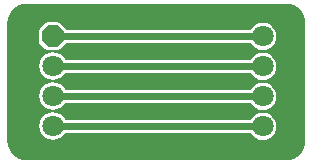
<source format=gbl>
G04 Layer_Physical_Order=2*
G04 Layer_Color=16711680*
%FSLAX44Y44*%
%MOMM*%
G71*
G01*
G75*
%ADD12C,0.6000*%
%ADD13P,1.9483X8X292.5*%
%ADD14C,1.8000*%
G36*
X243149Y135831D02*
X246177Y134912D01*
X248967Y133420D01*
X251413Y131413D01*
X253421Y128967D01*
X254912Y126177D01*
X255831Y123149D01*
X256132Y120085D01*
X256115Y120000D01*
Y20000D01*
X256132Y19915D01*
X255831Y16851D01*
X254912Y13823D01*
X253421Y11033D01*
X251413Y8587D01*
X248967Y6579D01*
X246177Y5088D01*
X243149Y4169D01*
X240085Y3868D01*
X240000Y3885D01*
X20000D01*
X19915Y3868D01*
X16851Y4169D01*
X13823Y5088D01*
X11033Y6579D01*
X8587Y8587D01*
X6579Y11033D01*
X5088Y13823D01*
X4169Y16851D01*
X3868Y19915D01*
X3885Y20000D01*
Y120000D01*
X3868Y120085D01*
X4169Y123149D01*
X5088Y126177D01*
X6579Y128967D01*
X8587Y131413D01*
X11033Y133420D01*
X13823Y134912D01*
X16851Y135831D01*
X19915Y136132D01*
X20000Y136115D01*
X240000D01*
X240085Y136132D01*
X243149Y135831D01*
D02*
G37*
%LPC*%
G36*
X42250Y69740D02*
X39237Y69343D01*
X36430Y68180D01*
X34020Y66330D01*
X32170Y63920D01*
X31007Y61113D01*
X30610Y58100D01*
X31007Y55087D01*
X32170Y52280D01*
X34020Y49870D01*
X36430Y48020D01*
X39237Y46857D01*
X42250Y46460D01*
X45262Y46857D01*
X48070Y48020D01*
X50480Y49870D01*
X52231Y52151D01*
X209849D01*
X209920Y51980D01*
X211770Y49570D01*
X214180Y47720D01*
X216987Y46557D01*
X220000Y46160D01*
X223013Y46557D01*
X225820Y47720D01*
X228230Y49570D01*
X230080Y51980D01*
X231243Y54788D01*
X231640Y57800D01*
X231243Y60813D01*
X230080Y63620D01*
X228230Y66030D01*
X225820Y67880D01*
X223013Y69043D01*
X220000Y69440D01*
X216987Y69043D01*
X214180Y67880D01*
X211770Y66030D01*
X209920Y63620D01*
X209849Y63449D01*
X52525D01*
X52330Y63920D01*
X50480Y66330D01*
X48070Y68180D01*
X45262Y69343D01*
X42250Y69740D01*
D02*
G37*
G36*
Y44340D02*
X39237Y43943D01*
X36430Y42780D01*
X34020Y40930D01*
X32170Y38520D01*
X31007Y35713D01*
X30610Y32700D01*
X31007Y29688D01*
X32170Y26880D01*
X34020Y24470D01*
X36430Y22620D01*
X39237Y21457D01*
X42250Y21061D01*
X45262Y21457D01*
X48070Y22620D01*
X50480Y24470D01*
X52231Y26751D01*
X209849D01*
X209920Y26580D01*
X211770Y24170D01*
X214180Y22320D01*
X216987Y21157D01*
X220000Y20761D01*
X223013Y21157D01*
X225820Y22320D01*
X228230Y24170D01*
X230080Y26580D01*
X231243Y29388D01*
X231640Y32400D01*
X231243Y35413D01*
X230080Y38220D01*
X228230Y40630D01*
X225820Y42480D01*
X223013Y43643D01*
X220000Y44040D01*
X216987Y43643D01*
X214180Y42480D01*
X211770Y40630D01*
X209920Y38220D01*
X209849Y38049D01*
X52525D01*
X52330Y38520D01*
X50480Y40930D01*
X48070Y42780D01*
X45262Y43943D01*
X42250Y44340D01*
D02*
G37*
G36*
X46750Y120490D02*
X37750D01*
X36759Y120293D01*
X35919Y119731D01*
X31419Y115231D01*
X30857Y114391D01*
X30660Y113400D01*
Y104400D01*
X30857Y103409D01*
X31419Y102569D01*
X35919Y98069D01*
X36759Y97507D01*
X37750Y97310D01*
X46750D01*
X47741Y97507D01*
X48581Y98069D01*
X53081Y102569D01*
X53337Y102951D01*
X209849D01*
X209920Y102780D01*
X211770Y100370D01*
X214180Y98520D01*
X216987Y97357D01*
X220000Y96960D01*
X223013Y97357D01*
X225820Y98520D01*
X228230Y100370D01*
X230080Y102780D01*
X231243Y105588D01*
X231640Y108600D01*
X231243Y111613D01*
X230080Y114420D01*
X228230Y116830D01*
X225820Y118680D01*
X223013Y119843D01*
X220000Y120240D01*
X216987Y119843D01*
X214180Y118680D01*
X211770Y116830D01*
X209920Y114420D01*
X209849Y114249D01*
X53671D01*
X53643Y114391D01*
X53081Y115231D01*
X48581Y119731D01*
X47741Y120293D01*
X46750Y120490D01*
D02*
G37*
G36*
X42250Y95140D02*
X39237Y94743D01*
X36430Y93580D01*
X34020Y91730D01*
X32170Y89320D01*
X31007Y86513D01*
X30610Y83500D01*
X31007Y80487D01*
X32170Y77680D01*
X34020Y75270D01*
X36430Y73420D01*
X39237Y72257D01*
X42250Y71860D01*
X45262Y72257D01*
X48070Y73420D01*
X50480Y75270D01*
X52231Y77551D01*
X209849D01*
X209920Y77380D01*
X211770Y74970D01*
X214180Y73120D01*
X216987Y71957D01*
X220000Y71561D01*
X223013Y71957D01*
X225820Y73120D01*
X228230Y74970D01*
X230080Y77380D01*
X231243Y80188D01*
X231640Y83200D01*
X231243Y86213D01*
X230080Y89020D01*
X228230Y91430D01*
X225820Y93280D01*
X223013Y94443D01*
X220000Y94840D01*
X216987Y94443D01*
X214180Y93280D01*
X211770Y91430D01*
X209920Y89020D01*
X209849Y88848D01*
X52525D01*
X52330Y89320D01*
X50480Y91730D01*
X48070Y93580D01*
X45262Y94743D01*
X42250Y95140D01*
D02*
G37*
%LPD*%
D12*
Y57800D02*
X220000D01*
X42250Y108600D02*
X220000D01*
X42250Y32400D02*
X220000D01*
X42250Y83200D02*
X220000D01*
D13*
X42250Y108900D02*
D03*
D14*
Y83500D02*
D03*
Y58100D02*
D03*
Y32700D02*
D03*
X220000Y108600D02*
D03*
Y32400D02*
D03*
Y57800D02*
D03*
Y83200D02*
D03*
M02*

</source>
